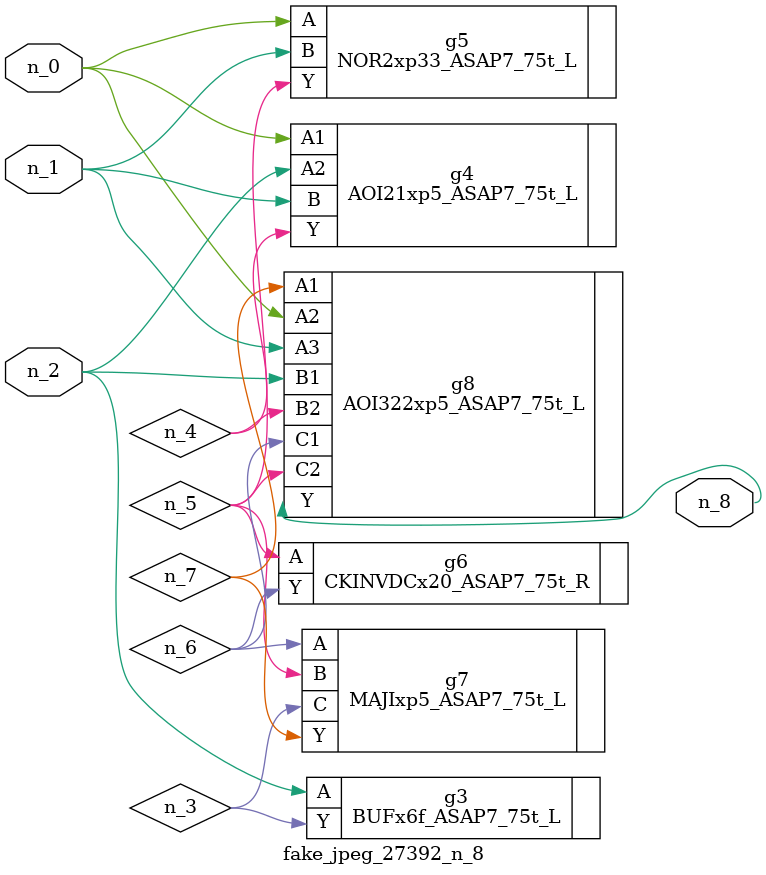
<source format=v>
module fake_jpeg_27392_n_8 (n_0, n_2, n_1, n_8);

input n_0;
input n_2;
input n_1;

output n_8;

wire n_3;
wire n_4;
wire n_6;
wire n_5;
wire n_7;

BUFx6f_ASAP7_75t_L g3 ( 
.A(n_2),
.Y(n_3)
);

AOI21xp5_ASAP7_75t_L g4 ( 
.A1(n_0),
.A2(n_2),
.B(n_1),
.Y(n_4)
);

NOR2xp33_ASAP7_75t_L g5 ( 
.A(n_0),
.B(n_1),
.Y(n_5)
);

CKINVDCx20_ASAP7_75t_R g6 ( 
.A(n_5),
.Y(n_6)
);

MAJIxp5_ASAP7_75t_L g7 ( 
.A(n_6),
.B(n_5),
.C(n_3),
.Y(n_7)
);

AOI322xp5_ASAP7_75t_L g8 ( 
.A1(n_7),
.A2(n_0),
.A3(n_1),
.B1(n_2),
.B2(n_4),
.C1(n_6),
.C2(n_5),
.Y(n_8)
);


endmodule
</source>
